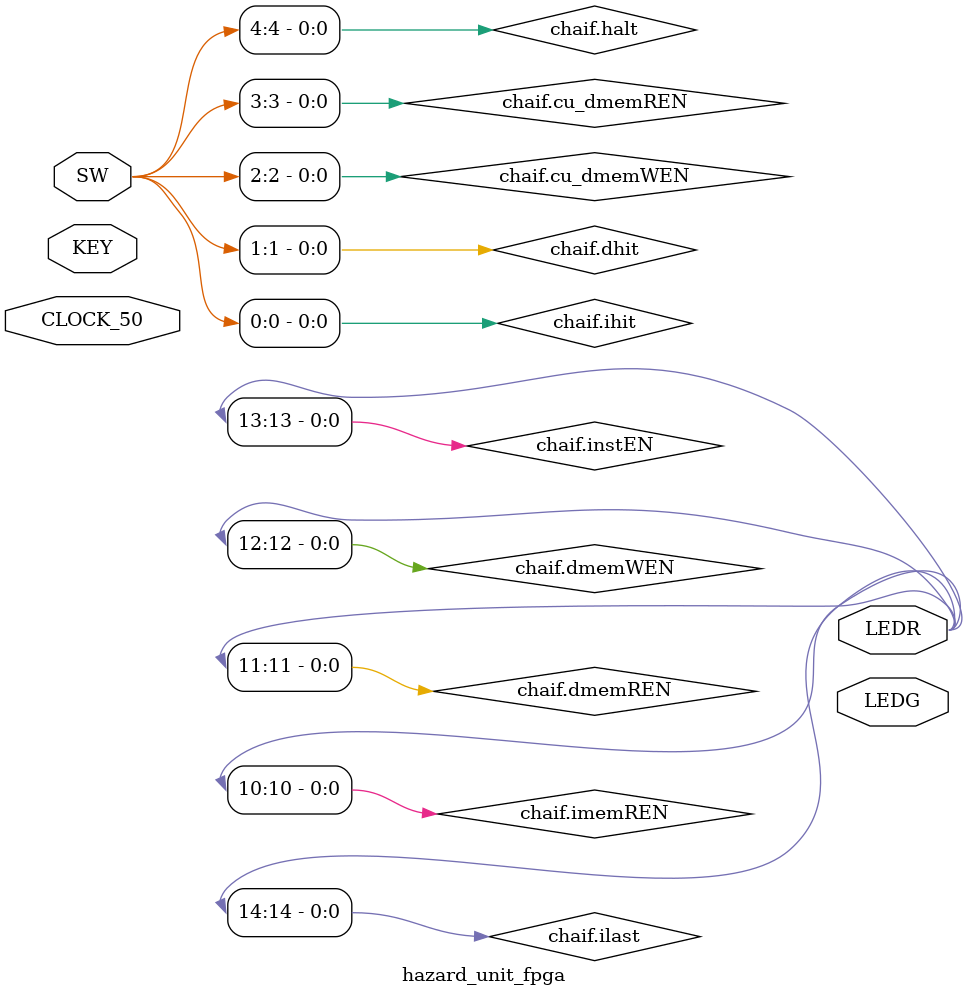
<source format=sv>
`include "control_hazard_alu_if.vh"

module hazard_unit_fpga (
	input logic CLOCK_50,
	input logic [3:0] KEY,
	input logic [17:0] SW,
	output logic [17:0] LEDR,
	output logic [17:0] LEDG
);

	// interface
	control_hazard_alu_if chaif();

	// components
	hazard_unit HU(CLOCK_50 , SW[1] , chaif);

	assign chaif.ihit			= SW[0];
	assign chaif.dhit			= SW[1];
	assign chaif.cu_dmemWEN		= SW[2];
	assign chaif.cu_dmemREN		= SW[3];
	assign chaif.halt			= SW[4];

	assign LEDR[10] = chaif.imemREN;
	assign LEDR[11] = chaif.dmemREN;
	assign LEDR[12] = chaif.dmemWEN;
	assign LEDR[13] = chaif.instEN;
	assign LEDR[14] = chaif.ilast;
endmodule

</source>
